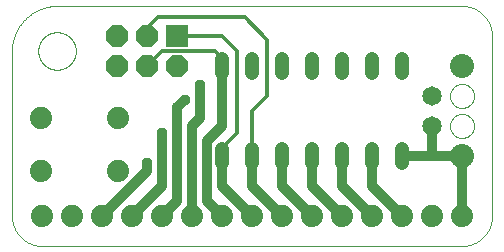
<source format=gbl>
G75*
%MOIN*%
%OFA0B0*%
%FSLAX25Y25*%
%IPPOS*%
%LPD*%
%AMOC8*
5,1,8,0,0,1.08239X$1,22.5*
%
%ADD10C,0.00000*%
%ADD11C,0.04800*%
%ADD12R,0.07400X0.07400*%
%ADD13OC8,0.07400*%
%ADD14C,0.08000*%
%ADD15C,0.07400*%
%ADD16C,0.06500*%
%ADD17C,0.03200*%
%ADD18C,0.01200*%
%ADD19C,0.03762*%
D10*
X0011000Y0001167D02*
X0151000Y0001167D01*
X0151242Y0001170D01*
X0151483Y0001179D01*
X0151724Y0001193D01*
X0151965Y0001214D01*
X0152205Y0001240D01*
X0152445Y0001272D01*
X0152684Y0001310D01*
X0152921Y0001353D01*
X0153158Y0001403D01*
X0153393Y0001458D01*
X0153627Y0001518D01*
X0153859Y0001585D01*
X0154090Y0001656D01*
X0154319Y0001734D01*
X0154546Y0001817D01*
X0154771Y0001905D01*
X0154994Y0001999D01*
X0155214Y0002098D01*
X0155432Y0002203D01*
X0155647Y0002312D01*
X0155860Y0002427D01*
X0156070Y0002547D01*
X0156276Y0002672D01*
X0156480Y0002802D01*
X0156681Y0002937D01*
X0156878Y0003077D01*
X0157072Y0003221D01*
X0157262Y0003370D01*
X0157448Y0003524D01*
X0157631Y0003682D01*
X0157810Y0003844D01*
X0157985Y0004011D01*
X0158156Y0004182D01*
X0158323Y0004357D01*
X0158485Y0004536D01*
X0158643Y0004719D01*
X0158797Y0004905D01*
X0158946Y0005095D01*
X0159090Y0005289D01*
X0159230Y0005486D01*
X0159365Y0005687D01*
X0159495Y0005891D01*
X0159620Y0006097D01*
X0159740Y0006307D01*
X0159855Y0006520D01*
X0159964Y0006735D01*
X0160069Y0006953D01*
X0160168Y0007173D01*
X0160262Y0007396D01*
X0160350Y0007621D01*
X0160433Y0007848D01*
X0160511Y0008077D01*
X0160582Y0008308D01*
X0160649Y0008540D01*
X0160709Y0008774D01*
X0160764Y0009009D01*
X0160814Y0009246D01*
X0160857Y0009483D01*
X0160895Y0009722D01*
X0160927Y0009962D01*
X0160953Y0010202D01*
X0160974Y0010443D01*
X0160988Y0010684D01*
X0160997Y0010925D01*
X0161000Y0011167D01*
X0161000Y0071167D01*
X0160997Y0071409D01*
X0160988Y0071650D01*
X0160974Y0071891D01*
X0160953Y0072132D01*
X0160927Y0072372D01*
X0160895Y0072612D01*
X0160857Y0072851D01*
X0160814Y0073088D01*
X0160764Y0073325D01*
X0160709Y0073560D01*
X0160649Y0073794D01*
X0160582Y0074026D01*
X0160511Y0074257D01*
X0160433Y0074486D01*
X0160350Y0074713D01*
X0160262Y0074938D01*
X0160168Y0075161D01*
X0160069Y0075381D01*
X0159964Y0075599D01*
X0159855Y0075814D01*
X0159740Y0076027D01*
X0159620Y0076237D01*
X0159495Y0076443D01*
X0159365Y0076647D01*
X0159230Y0076848D01*
X0159090Y0077045D01*
X0158946Y0077239D01*
X0158797Y0077429D01*
X0158643Y0077615D01*
X0158485Y0077798D01*
X0158323Y0077977D01*
X0158156Y0078152D01*
X0157985Y0078323D01*
X0157810Y0078490D01*
X0157631Y0078652D01*
X0157448Y0078810D01*
X0157262Y0078964D01*
X0157072Y0079113D01*
X0156878Y0079257D01*
X0156681Y0079397D01*
X0156480Y0079532D01*
X0156276Y0079662D01*
X0156070Y0079787D01*
X0155860Y0079907D01*
X0155647Y0080022D01*
X0155432Y0080131D01*
X0155214Y0080236D01*
X0154994Y0080335D01*
X0154771Y0080429D01*
X0154546Y0080517D01*
X0154319Y0080600D01*
X0154090Y0080678D01*
X0153859Y0080749D01*
X0153627Y0080816D01*
X0153393Y0080876D01*
X0153158Y0080931D01*
X0152921Y0080981D01*
X0152684Y0081024D01*
X0152445Y0081062D01*
X0152205Y0081094D01*
X0151965Y0081120D01*
X0151724Y0081141D01*
X0151483Y0081155D01*
X0151242Y0081164D01*
X0151000Y0081167D01*
X0016000Y0081167D01*
X0009750Y0066167D02*
X0009752Y0066325D01*
X0009758Y0066482D01*
X0009768Y0066640D01*
X0009782Y0066797D01*
X0009800Y0066953D01*
X0009821Y0067110D01*
X0009847Y0067265D01*
X0009877Y0067420D01*
X0009910Y0067574D01*
X0009948Y0067727D01*
X0009989Y0067880D01*
X0010034Y0068031D01*
X0010083Y0068181D01*
X0010136Y0068329D01*
X0010192Y0068477D01*
X0010253Y0068622D01*
X0010316Y0068767D01*
X0010384Y0068909D01*
X0010455Y0069050D01*
X0010529Y0069189D01*
X0010607Y0069326D01*
X0010689Y0069461D01*
X0010773Y0069594D01*
X0010862Y0069725D01*
X0010953Y0069853D01*
X0011048Y0069980D01*
X0011145Y0070103D01*
X0011246Y0070225D01*
X0011350Y0070343D01*
X0011457Y0070459D01*
X0011567Y0070572D01*
X0011679Y0070683D01*
X0011795Y0070790D01*
X0011913Y0070895D01*
X0012033Y0070997D01*
X0012156Y0071095D01*
X0012282Y0071191D01*
X0012410Y0071283D01*
X0012540Y0071372D01*
X0012672Y0071458D01*
X0012807Y0071540D01*
X0012944Y0071619D01*
X0013082Y0071694D01*
X0013222Y0071766D01*
X0013365Y0071834D01*
X0013508Y0071899D01*
X0013654Y0071960D01*
X0013801Y0072017D01*
X0013949Y0072071D01*
X0014099Y0072121D01*
X0014249Y0072167D01*
X0014401Y0072209D01*
X0014554Y0072248D01*
X0014708Y0072282D01*
X0014863Y0072313D01*
X0015018Y0072339D01*
X0015174Y0072362D01*
X0015331Y0072381D01*
X0015488Y0072396D01*
X0015645Y0072407D01*
X0015803Y0072414D01*
X0015961Y0072417D01*
X0016118Y0072416D01*
X0016276Y0072411D01*
X0016433Y0072402D01*
X0016591Y0072389D01*
X0016747Y0072372D01*
X0016904Y0072351D01*
X0017059Y0072327D01*
X0017214Y0072298D01*
X0017369Y0072265D01*
X0017522Y0072229D01*
X0017675Y0072188D01*
X0017826Y0072144D01*
X0017976Y0072096D01*
X0018125Y0072045D01*
X0018273Y0071989D01*
X0018419Y0071930D01*
X0018564Y0071867D01*
X0018707Y0071800D01*
X0018848Y0071730D01*
X0018987Y0071657D01*
X0019125Y0071580D01*
X0019261Y0071499D01*
X0019394Y0071415D01*
X0019525Y0071328D01*
X0019654Y0071237D01*
X0019781Y0071143D01*
X0019906Y0071046D01*
X0020027Y0070946D01*
X0020147Y0070843D01*
X0020263Y0070737D01*
X0020377Y0070628D01*
X0020489Y0070516D01*
X0020597Y0070402D01*
X0020702Y0070284D01*
X0020805Y0070164D01*
X0020904Y0070042D01*
X0021000Y0069917D01*
X0021093Y0069789D01*
X0021183Y0069660D01*
X0021269Y0069528D01*
X0021353Y0069394D01*
X0021432Y0069258D01*
X0021509Y0069120D01*
X0021581Y0068980D01*
X0021650Y0068838D01*
X0021716Y0068695D01*
X0021778Y0068550D01*
X0021836Y0068403D01*
X0021891Y0068255D01*
X0021942Y0068106D01*
X0021989Y0067955D01*
X0022032Y0067804D01*
X0022071Y0067651D01*
X0022107Y0067497D01*
X0022138Y0067343D01*
X0022166Y0067188D01*
X0022190Y0067032D01*
X0022210Y0066875D01*
X0022226Y0066718D01*
X0022238Y0066561D01*
X0022246Y0066404D01*
X0022250Y0066246D01*
X0022250Y0066088D01*
X0022246Y0065930D01*
X0022238Y0065773D01*
X0022226Y0065616D01*
X0022210Y0065459D01*
X0022190Y0065302D01*
X0022166Y0065146D01*
X0022138Y0064991D01*
X0022107Y0064837D01*
X0022071Y0064683D01*
X0022032Y0064530D01*
X0021989Y0064379D01*
X0021942Y0064228D01*
X0021891Y0064079D01*
X0021836Y0063931D01*
X0021778Y0063784D01*
X0021716Y0063639D01*
X0021650Y0063496D01*
X0021581Y0063354D01*
X0021509Y0063214D01*
X0021432Y0063076D01*
X0021353Y0062940D01*
X0021269Y0062806D01*
X0021183Y0062674D01*
X0021093Y0062545D01*
X0021000Y0062417D01*
X0020904Y0062292D01*
X0020805Y0062170D01*
X0020702Y0062050D01*
X0020597Y0061932D01*
X0020489Y0061818D01*
X0020377Y0061706D01*
X0020263Y0061597D01*
X0020147Y0061491D01*
X0020027Y0061388D01*
X0019906Y0061288D01*
X0019781Y0061191D01*
X0019654Y0061097D01*
X0019525Y0061006D01*
X0019394Y0060919D01*
X0019261Y0060835D01*
X0019125Y0060754D01*
X0018987Y0060677D01*
X0018848Y0060604D01*
X0018707Y0060534D01*
X0018564Y0060467D01*
X0018419Y0060404D01*
X0018273Y0060345D01*
X0018125Y0060289D01*
X0017976Y0060238D01*
X0017826Y0060190D01*
X0017675Y0060146D01*
X0017522Y0060105D01*
X0017369Y0060069D01*
X0017214Y0060036D01*
X0017059Y0060007D01*
X0016904Y0059983D01*
X0016747Y0059962D01*
X0016591Y0059945D01*
X0016433Y0059932D01*
X0016276Y0059923D01*
X0016118Y0059918D01*
X0015961Y0059917D01*
X0015803Y0059920D01*
X0015645Y0059927D01*
X0015488Y0059938D01*
X0015331Y0059953D01*
X0015174Y0059972D01*
X0015018Y0059995D01*
X0014863Y0060021D01*
X0014708Y0060052D01*
X0014554Y0060086D01*
X0014401Y0060125D01*
X0014249Y0060167D01*
X0014099Y0060213D01*
X0013949Y0060263D01*
X0013801Y0060317D01*
X0013654Y0060374D01*
X0013508Y0060435D01*
X0013365Y0060500D01*
X0013222Y0060568D01*
X0013082Y0060640D01*
X0012944Y0060715D01*
X0012807Y0060794D01*
X0012672Y0060876D01*
X0012540Y0060962D01*
X0012410Y0061051D01*
X0012282Y0061143D01*
X0012156Y0061239D01*
X0012033Y0061337D01*
X0011913Y0061439D01*
X0011795Y0061544D01*
X0011679Y0061651D01*
X0011567Y0061762D01*
X0011457Y0061875D01*
X0011350Y0061991D01*
X0011246Y0062109D01*
X0011145Y0062231D01*
X0011048Y0062354D01*
X0010953Y0062481D01*
X0010862Y0062609D01*
X0010773Y0062740D01*
X0010689Y0062873D01*
X0010607Y0063008D01*
X0010529Y0063145D01*
X0010455Y0063284D01*
X0010384Y0063425D01*
X0010316Y0063567D01*
X0010253Y0063712D01*
X0010192Y0063857D01*
X0010136Y0064005D01*
X0010083Y0064153D01*
X0010034Y0064303D01*
X0009989Y0064454D01*
X0009948Y0064607D01*
X0009910Y0064760D01*
X0009877Y0064914D01*
X0009847Y0065069D01*
X0009821Y0065224D01*
X0009800Y0065381D01*
X0009782Y0065537D01*
X0009768Y0065694D01*
X0009758Y0065852D01*
X0009752Y0066009D01*
X0009750Y0066167D01*
X0001000Y0066167D02*
X0001004Y0066529D01*
X0001018Y0066892D01*
X0001039Y0067254D01*
X0001070Y0067615D01*
X0001109Y0067975D01*
X0001157Y0068334D01*
X0001214Y0068692D01*
X0001279Y0069049D01*
X0001353Y0069404D01*
X0001436Y0069757D01*
X0001527Y0070108D01*
X0001626Y0070456D01*
X0001734Y0070802D01*
X0001850Y0071146D01*
X0001975Y0071486D01*
X0002107Y0071823D01*
X0002248Y0072157D01*
X0002397Y0072488D01*
X0002554Y0072815D01*
X0002718Y0073138D01*
X0002890Y0073457D01*
X0003070Y0073771D01*
X0003258Y0074082D01*
X0003453Y0074387D01*
X0003655Y0074688D01*
X0003865Y0074984D01*
X0004081Y0075274D01*
X0004305Y0075560D01*
X0004535Y0075840D01*
X0004772Y0076114D01*
X0005016Y0076382D01*
X0005266Y0076645D01*
X0005522Y0076901D01*
X0005785Y0077151D01*
X0006053Y0077395D01*
X0006327Y0077632D01*
X0006607Y0077862D01*
X0006893Y0078086D01*
X0007183Y0078302D01*
X0007479Y0078512D01*
X0007780Y0078714D01*
X0008085Y0078909D01*
X0008396Y0079097D01*
X0008710Y0079277D01*
X0009029Y0079449D01*
X0009352Y0079613D01*
X0009679Y0079770D01*
X0010010Y0079919D01*
X0010344Y0080060D01*
X0010681Y0080192D01*
X0011021Y0080317D01*
X0011365Y0080433D01*
X0011711Y0080541D01*
X0012059Y0080640D01*
X0012410Y0080731D01*
X0012763Y0080814D01*
X0013118Y0080888D01*
X0013475Y0080953D01*
X0013833Y0081010D01*
X0014192Y0081058D01*
X0014552Y0081097D01*
X0014913Y0081128D01*
X0015275Y0081149D01*
X0015638Y0081163D01*
X0016000Y0081167D01*
X0001000Y0066167D02*
X0001000Y0011167D01*
X0001003Y0010925D01*
X0001012Y0010684D01*
X0001026Y0010443D01*
X0001047Y0010202D01*
X0001073Y0009962D01*
X0001105Y0009722D01*
X0001143Y0009483D01*
X0001186Y0009246D01*
X0001236Y0009009D01*
X0001291Y0008774D01*
X0001351Y0008540D01*
X0001418Y0008308D01*
X0001489Y0008077D01*
X0001567Y0007848D01*
X0001650Y0007621D01*
X0001738Y0007396D01*
X0001832Y0007173D01*
X0001931Y0006953D01*
X0002036Y0006735D01*
X0002145Y0006520D01*
X0002260Y0006307D01*
X0002380Y0006097D01*
X0002505Y0005891D01*
X0002635Y0005687D01*
X0002770Y0005486D01*
X0002910Y0005289D01*
X0003054Y0005095D01*
X0003203Y0004905D01*
X0003357Y0004719D01*
X0003515Y0004536D01*
X0003677Y0004357D01*
X0003844Y0004182D01*
X0004015Y0004011D01*
X0004190Y0003844D01*
X0004369Y0003682D01*
X0004552Y0003524D01*
X0004738Y0003370D01*
X0004928Y0003221D01*
X0005122Y0003077D01*
X0005319Y0002937D01*
X0005520Y0002802D01*
X0005724Y0002672D01*
X0005930Y0002547D01*
X0006140Y0002427D01*
X0006353Y0002312D01*
X0006568Y0002203D01*
X0006786Y0002098D01*
X0007006Y0001999D01*
X0007229Y0001905D01*
X0007454Y0001817D01*
X0007681Y0001734D01*
X0007910Y0001656D01*
X0008141Y0001585D01*
X0008373Y0001518D01*
X0008607Y0001458D01*
X0008842Y0001403D01*
X0009079Y0001353D01*
X0009316Y0001310D01*
X0009555Y0001272D01*
X0009795Y0001240D01*
X0010035Y0001214D01*
X0010276Y0001193D01*
X0010517Y0001179D01*
X0010758Y0001170D01*
X0011000Y0001167D01*
X0147000Y0041167D02*
X0147002Y0041293D01*
X0147008Y0041419D01*
X0147018Y0041545D01*
X0147032Y0041671D01*
X0147050Y0041796D01*
X0147072Y0041920D01*
X0147097Y0042044D01*
X0147127Y0042167D01*
X0147160Y0042288D01*
X0147198Y0042409D01*
X0147239Y0042528D01*
X0147284Y0042647D01*
X0147332Y0042763D01*
X0147384Y0042878D01*
X0147440Y0042991D01*
X0147500Y0043103D01*
X0147563Y0043212D01*
X0147629Y0043320D01*
X0147698Y0043425D01*
X0147771Y0043528D01*
X0147848Y0043629D01*
X0147927Y0043727D01*
X0148009Y0043823D01*
X0148095Y0043916D01*
X0148183Y0044007D01*
X0148274Y0044094D01*
X0148368Y0044179D01*
X0148464Y0044260D01*
X0148563Y0044339D01*
X0148664Y0044414D01*
X0148768Y0044486D01*
X0148874Y0044555D01*
X0148982Y0044621D01*
X0149092Y0044683D01*
X0149204Y0044741D01*
X0149317Y0044796D01*
X0149433Y0044847D01*
X0149550Y0044895D01*
X0149668Y0044939D01*
X0149788Y0044979D01*
X0149909Y0045015D01*
X0150031Y0045048D01*
X0150154Y0045077D01*
X0150278Y0045101D01*
X0150402Y0045122D01*
X0150527Y0045139D01*
X0150653Y0045152D01*
X0150779Y0045161D01*
X0150905Y0045166D01*
X0151032Y0045167D01*
X0151158Y0045164D01*
X0151284Y0045157D01*
X0151410Y0045146D01*
X0151535Y0045131D01*
X0151660Y0045112D01*
X0151784Y0045089D01*
X0151908Y0045063D01*
X0152030Y0045032D01*
X0152152Y0044998D01*
X0152272Y0044959D01*
X0152391Y0044917D01*
X0152509Y0044872D01*
X0152625Y0044822D01*
X0152740Y0044769D01*
X0152852Y0044712D01*
X0152963Y0044652D01*
X0153072Y0044588D01*
X0153179Y0044521D01*
X0153284Y0044451D01*
X0153387Y0044377D01*
X0153487Y0044300D01*
X0153585Y0044220D01*
X0153680Y0044137D01*
X0153772Y0044051D01*
X0153862Y0043962D01*
X0153949Y0043870D01*
X0154032Y0043776D01*
X0154113Y0043679D01*
X0154191Y0043579D01*
X0154266Y0043477D01*
X0154337Y0043373D01*
X0154405Y0043266D01*
X0154469Y0043158D01*
X0154530Y0043047D01*
X0154588Y0042935D01*
X0154642Y0042821D01*
X0154692Y0042705D01*
X0154739Y0042588D01*
X0154782Y0042469D01*
X0154821Y0042349D01*
X0154857Y0042228D01*
X0154888Y0042105D01*
X0154916Y0041982D01*
X0154940Y0041858D01*
X0154960Y0041733D01*
X0154976Y0041608D01*
X0154988Y0041482D01*
X0154996Y0041356D01*
X0155000Y0041230D01*
X0155000Y0041104D01*
X0154996Y0040978D01*
X0154988Y0040852D01*
X0154976Y0040726D01*
X0154960Y0040601D01*
X0154940Y0040476D01*
X0154916Y0040352D01*
X0154888Y0040229D01*
X0154857Y0040106D01*
X0154821Y0039985D01*
X0154782Y0039865D01*
X0154739Y0039746D01*
X0154692Y0039629D01*
X0154642Y0039513D01*
X0154588Y0039399D01*
X0154530Y0039287D01*
X0154469Y0039176D01*
X0154405Y0039068D01*
X0154337Y0038961D01*
X0154266Y0038857D01*
X0154191Y0038755D01*
X0154113Y0038655D01*
X0154032Y0038558D01*
X0153949Y0038464D01*
X0153862Y0038372D01*
X0153772Y0038283D01*
X0153680Y0038197D01*
X0153585Y0038114D01*
X0153487Y0038034D01*
X0153387Y0037957D01*
X0153284Y0037883D01*
X0153179Y0037813D01*
X0153072Y0037746D01*
X0152963Y0037682D01*
X0152852Y0037622D01*
X0152740Y0037565D01*
X0152625Y0037512D01*
X0152509Y0037462D01*
X0152391Y0037417D01*
X0152272Y0037375D01*
X0152152Y0037336D01*
X0152030Y0037302D01*
X0151908Y0037271D01*
X0151784Y0037245D01*
X0151660Y0037222D01*
X0151535Y0037203D01*
X0151410Y0037188D01*
X0151284Y0037177D01*
X0151158Y0037170D01*
X0151032Y0037167D01*
X0150905Y0037168D01*
X0150779Y0037173D01*
X0150653Y0037182D01*
X0150527Y0037195D01*
X0150402Y0037212D01*
X0150278Y0037233D01*
X0150154Y0037257D01*
X0150031Y0037286D01*
X0149909Y0037319D01*
X0149788Y0037355D01*
X0149668Y0037395D01*
X0149550Y0037439D01*
X0149433Y0037487D01*
X0149317Y0037538D01*
X0149204Y0037593D01*
X0149092Y0037651D01*
X0148982Y0037713D01*
X0148874Y0037779D01*
X0148768Y0037848D01*
X0148664Y0037920D01*
X0148563Y0037995D01*
X0148464Y0038074D01*
X0148368Y0038155D01*
X0148274Y0038240D01*
X0148183Y0038327D01*
X0148095Y0038418D01*
X0148009Y0038511D01*
X0147927Y0038607D01*
X0147848Y0038705D01*
X0147771Y0038806D01*
X0147698Y0038909D01*
X0147629Y0039014D01*
X0147563Y0039122D01*
X0147500Y0039231D01*
X0147440Y0039343D01*
X0147384Y0039456D01*
X0147332Y0039571D01*
X0147284Y0039687D01*
X0147239Y0039806D01*
X0147198Y0039925D01*
X0147160Y0040046D01*
X0147127Y0040167D01*
X0147097Y0040290D01*
X0147072Y0040414D01*
X0147050Y0040538D01*
X0147032Y0040663D01*
X0147018Y0040789D01*
X0147008Y0040915D01*
X0147002Y0041041D01*
X0147000Y0041167D01*
X0147000Y0051167D02*
X0147002Y0051293D01*
X0147008Y0051419D01*
X0147018Y0051545D01*
X0147032Y0051671D01*
X0147050Y0051796D01*
X0147072Y0051920D01*
X0147097Y0052044D01*
X0147127Y0052167D01*
X0147160Y0052288D01*
X0147198Y0052409D01*
X0147239Y0052528D01*
X0147284Y0052647D01*
X0147332Y0052763D01*
X0147384Y0052878D01*
X0147440Y0052991D01*
X0147500Y0053103D01*
X0147563Y0053212D01*
X0147629Y0053320D01*
X0147698Y0053425D01*
X0147771Y0053528D01*
X0147848Y0053629D01*
X0147927Y0053727D01*
X0148009Y0053823D01*
X0148095Y0053916D01*
X0148183Y0054007D01*
X0148274Y0054094D01*
X0148368Y0054179D01*
X0148464Y0054260D01*
X0148563Y0054339D01*
X0148664Y0054414D01*
X0148768Y0054486D01*
X0148874Y0054555D01*
X0148982Y0054621D01*
X0149092Y0054683D01*
X0149204Y0054741D01*
X0149317Y0054796D01*
X0149433Y0054847D01*
X0149550Y0054895D01*
X0149668Y0054939D01*
X0149788Y0054979D01*
X0149909Y0055015D01*
X0150031Y0055048D01*
X0150154Y0055077D01*
X0150278Y0055101D01*
X0150402Y0055122D01*
X0150527Y0055139D01*
X0150653Y0055152D01*
X0150779Y0055161D01*
X0150905Y0055166D01*
X0151032Y0055167D01*
X0151158Y0055164D01*
X0151284Y0055157D01*
X0151410Y0055146D01*
X0151535Y0055131D01*
X0151660Y0055112D01*
X0151784Y0055089D01*
X0151908Y0055063D01*
X0152030Y0055032D01*
X0152152Y0054998D01*
X0152272Y0054959D01*
X0152391Y0054917D01*
X0152509Y0054872D01*
X0152625Y0054822D01*
X0152740Y0054769D01*
X0152852Y0054712D01*
X0152963Y0054652D01*
X0153072Y0054588D01*
X0153179Y0054521D01*
X0153284Y0054451D01*
X0153387Y0054377D01*
X0153487Y0054300D01*
X0153585Y0054220D01*
X0153680Y0054137D01*
X0153772Y0054051D01*
X0153862Y0053962D01*
X0153949Y0053870D01*
X0154032Y0053776D01*
X0154113Y0053679D01*
X0154191Y0053579D01*
X0154266Y0053477D01*
X0154337Y0053373D01*
X0154405Y0053266D01*
X0154469Y0053158D01*
X0154530Y0053047D01*
X0154588Y0052935D01*
X0154642Y0052821D01*
X0154692Y0052705D01*
X0154739Y0052588D01*
X0154782Y0052469D01*
X0154821Y0052349D01*
X0154857Y0052228D01*
X0154888Y0052105D01*
X0154916Y0051982D01*
X0154940Y0051858D01*
X0154960Y0051733D01*
X0154976Y0051608D01*
X0154988Y0051482D01*
X0154996Y0051356D01*
X0155000Y0051230D01*
X0155000Y0051104D01*
X0154996Y0050978D01*
X0154988Y0050852D01*
X0154976Y0050726D01*
X0154960Y0050601D01*
X0154940Y0050476D01*
X0154916Y0050352D01*
X0154888Y0050229D01*
X0154857Y0050106D01*
X0154821Y0049985D01*
X0154782Y0049865D01*
X0154739Y0049746D01*
X0154692Y0049629D01*
X0154642Y0049513D01*
X0154588Y0049399D01*
X0154530Y0049287D01*
X0154469Y0049176D01*
X0154405Y0049068D01*
X0154337Y0048961D01*
X0154266Y0048857D01*
X0154191Y0048755D01*
X0154113Y0048655D01*
X0154032Y0048558D01*
X0153949Y0048464D01*
X0153862Y0048372D01*
X0153772Y0048283D01*
X0153680Y0048197D01*
X0153585Y0048114D01*
X0153487Y0048034D01*
X0153387Y0047957D01*
X0153284Y0047883D01*
X0153179Y0047813D01*
X0153072Y0047746D01*
X0152963Y0047682D01*
X0152852Y0047622D01*
X0152740Y0047565D01*
X0152625Y0047512D01*
X0152509Y0047462D01*
X0152391Y0047417D01*
X0152272Y0047375D01*
X0152152Y0047336D01*
X0152030Y0047302D01*
X0151908Y0047271D01*
X0151784Y0047245D01*
X0151660Y0047222D01*
X0151535Y0047203D01*
X0151410Y0047188D01*
X0151284Y0047177D01*
X0151158Y0047170D01*
X0151032Y0047167D01*
X0150905Y0047168D01*
X0150779Y0047173D01*
X0150653Y0047182D01*
X0150527Y0047195D01*
X0150402Y0047212D01*
X0150278Y0047233D01*
X0150154Y0047257D01*
X0150031Y0047286D01*
X0149909Y0047319D01*
X0149788Y0047355D01*
X0149668Y0047395D01*
X0149550Y0047439D01*
X0149433Y0047487D01*
X0149317Y0047538D01*
X0149204Y0047593D01*
X0149092Y0047651D01*
X0148982Y0047713D01*
X0148874Y0047779D01*
X0148768Y0047848D01*
X0148664Y0047920D01*
X0148563Y0047995D01*
X0148464Y0048074D01*
X0148368Y0048155D01*
X0148274Y0048240D01*
X0148183Y0048327D01*
X0148095Y0048418D01*
X0148009Y0048511D01*
X0147927Y0048607D01*
X0147848Y0048705D01*
X0147771Y0048806D01*
X0147698Y0048909D01*
X0147629Y0049014D01*
X0147563Y0049122D01*
X0147500Y0049231D01*
X0147440Y0049343D01*
X0147384Y0049456D01*
X0147332Y0049571D01*
X0147284Y0049687D01*
X0147239Y0049806D01*
X0147198Y0049925D01*
X0147160Y0050046D01*
X0147127Y0050167D01*
X0147097Y0050290D01*
X0147072Y0050414D01*
X0147050Y0050538D01*
X0147032Y0050663D01*
X0147018Y0050789D01*
X0147008Y0050915D01*
X0147002Y0051041D01*
X0147000Y0051167D01*
D11*
X0131000Y0058767D02*
X0131000Y0063567D01*
X0121000Y0063567D02*
X0121000Y0058767D01*
X0111000Y0058767D02*
X0111000Y0063567D01*
X0101000Y0063567D02*
X0101000Y0058767D01*
X0091000Y0058767D02*
X0091000Y0063567D01*
X0081000Y0063567D02*
X0081000Y0058767D01*
X0071000Y0058767D02*
X0071000Y0063567D01*
X0071000Y0033567D02*
X0071000Y0028767D01*
X0081000Y0028767D02*
X0081000Y0033567D01*
X0091000Y0033567D02*
X0091000Y0028767D01*
X0101000Y0028767D02*
X0101000Y0033567D01*
X0111000Y0033567D02*
X0111000Y0028767D01*
X0121000Y0028767D02*
X0121000Y0033567D01*
X0131000Y0033567D02*
X0131000Y0028767D01*
D12*
X0056000Y0071167D03*
D13*
X0046000Y0071167D03*
X0036000Y0071167D03*
X0036000Y0061167D03*
X0046000Y0061167D03*
X0056000Y0061167D03*
D14*
X0151000Y0061167D03*
X0151000Y0031167D03*
D15*
X0151000Y0011167D03*
X0141000Y0011167D03*
X0131000Y0011167D03*
X0121000Y0011167D03*
X0111000Y0011167D03*
X0101000Y0011167D03*
X0091000Y0011167D03*
X0081000Y0011167D03*
X0071000Y0011167D03*
X0061000Y0011167D03*
X0051000Y0011167D03*
X0041000Y0011167D03*
X0031000Y0011167D03*
X0021000Y0011167D03*
X0011000Y0011167D03*
X0010700Y0026017D03*
X0036300Y0026017D03*
X0036300Y0043817D03*
X0010700Y0043817D03*
D16*
X0141000Y0041167D03*
X0141000Y0051167D03*
D17*
X0141000Y0041167D02*
X0141000Y0031167D01*
X0151000Y0031167D01*
X0151000Y0011167D01*
X0131000Y0011167D02*
X0121000Y0021167D01*
X0121000Y0031167D01*
X0111000Y0031167D02*
X0111000Y0021167D01*
X0121000Y0011167D01*
X0111000Y0011167D02*
X0101000Y0021167D01*
X0101000Y0031167D01*
X0091000Y0031167D02*
X0091000Y0021167D01*
X0101000Y0011167D01*
X0091000Y0011167D02*
X0081000Y0021167D01*
X0081000Y0031167D01*
X0071000Y0031167D02*
X0071000Y0021167D01*
X0081000Y0011167D01*
X0071000Y0011167D02*
X0066000Y0016167D01*
X0066000Y0036167D01*
X0071000Y0041167D01*
X0071000Y0061167D01*
X0063500Y0054917D02*
X0063500Y0043667D01*
X0061000Y0041167D01*
X0061000Y0011167D01*
X0056000Y0016167D02*
X0051000Y0011167D01*
X0056000Y0016167D02*
X0056000Y0047417D01*
X0058500Y0049917D01*
X0051000Y0038667D02*
X0051000Y0021167D01*
X0041000Y0011167D01*
X0031000Y0011167D02*
X0046000Y0026167D01*
X0046000Y0028667D01*
X0131000Y0031167D02*
X0141000Y0031167D01*
D18*
X0086000Y0051167D02*
X0086000Y0069917D01*
X0078500Y0077417D01*
X0049750Y0077417D01*
X0046000Y0073667D01*
X0046000Y0071167D01*
X0051000Y0066167D02*
X0068500Y0066167D01*
X0071000Y0063667D01*
X0071000Y0061167D01*
X0076000Y0066167D02*
X0071000Y0071167D01*
X0056000Y0071167D01*
X0051000Y0066167D02*
X0046000Y0061167D01*
X0076000Y0066167D02*
X0076000Y0038667D01*
X0071000Y0033667D01*
X0071000Y0031167D01*
X0081000Y0031167D02*
X0081000Y0046167D01*
X0086000Y0051167D01*
D19*
X0063500Y0054917D03*
X0058500Y0049917D03*
X0051000Y0038667D03*
X0046000Y0028667D03*
M02*

</source>
